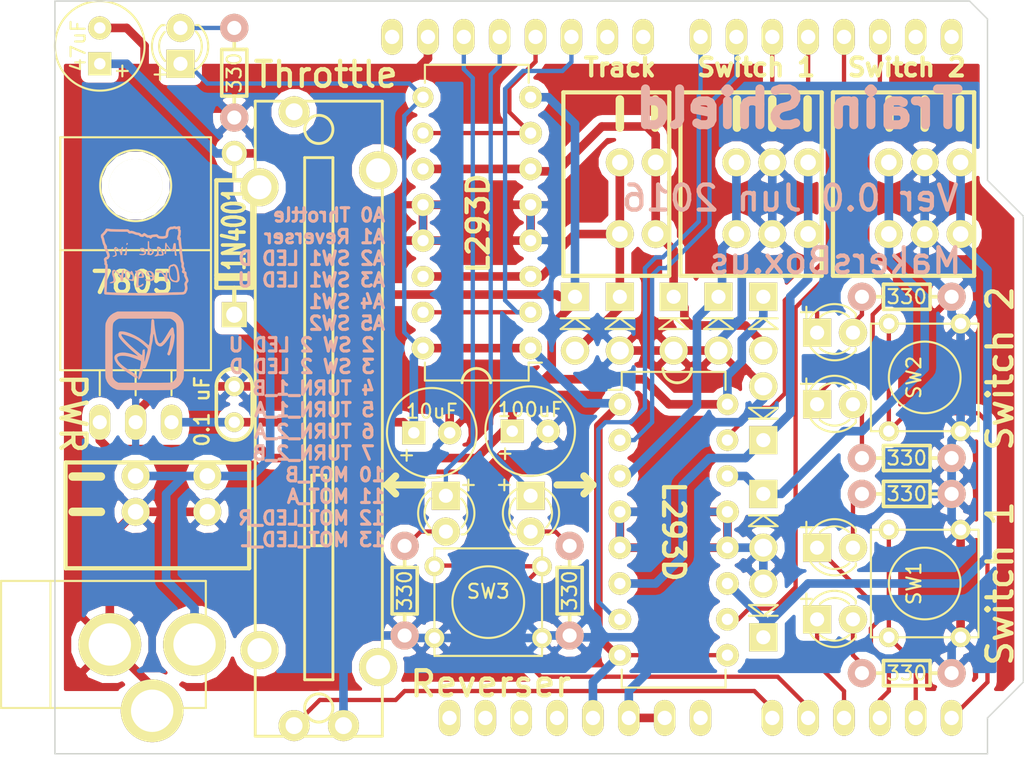
<source format=kicad_pcb>
(kicad_pcb (version 4) (host pcbnew "(2015-08-15 BZR 6092)-product")
  (layers (0 F.Cu signal) (31 B.Cu signal) (34 B.Paste user) (35 F.Paste user) (36 B.SilkS user) (37 F.SilkS user) (38 B.Mask user) (39 F.Mask user) (44 Edge.Cuts user))
  (net 0 "")
  (net 1 +5V)
  (net 2 GND)
  (net 3 +12V)
  (net 4 /MOT_A)
  (net 5 /MOT_B)
  (net 6 "Net-(D5-Pad1)")
  (net 7 /M_1)
  (net 8 "Net-(CON1-Pad1)")
  (net 9 "Net-(D8-Pad1)")
  (net 10 "Net-(D9-Pad1)")
  (net 11 /TURN_1_B)
  (net 12 "Net-(C7-Pad1)")
  (net 13 "Net-(D10-Pad1)")
  (net 14 "Net-(D11-Pad1)")
  (net 15 "Net-(D12-Pad1)")
  (net 16 "Net-(D13-Pad1)")
  (net 17 "Net-(D13-Pad2)")
  (net 18 "Net-(D14-Pad1)")
  (net 19 "Net-(D14-Pad2)")
  (net 20 "Net-(D15-Pad1)")
  (net 21 "Net-(D15-Pad2)")
  (net 22 "Net-(D16-Pad1)")
  (net 23 "Net-(D16-Pad2)")
  (net 24 "Net-(D6-Pad1)")
  (net 25 "Net-(D10-Pad2)")
  (net 26 "Net-(D11-Pad2)")
  (net 27 /TURN_2_B)
  (net 28 /TURN_2_A)
  (net 29 /TURN_1_A)
  (net 30 /M_2)
  (net 31 "Net-(SHIELD1-PadAD1)")
  (net 32 "Net-(SHIELD1-PadAD5)")
  (net 33 "Net-(SHIELD1-PadAD4)")
  (module myFootPrints:TERMx2 (layer F.Cu) (at 115.57 101.6 270)
    (fp_text reference P3 hide)
    (fp_text value TERM_2)
    (pad 2 thru_hole circle (at 0 2.54 270) (size 1.9812 1.9812) (drill 1.1) (layers *.Cu *.Mask F.SilkS) (net 2 GND))
    (pad 1 thru_hole circle (at -2.54 2.54 270) (size 1.9812 1.9812) (drill 1.1) (layers *.Cu *.Mask F.SilkS) (net 8 "Net-(CON1-Pad1)"))
    (pad 2 thru_hole circle (at 0 -2.54 270) (size 1.9812 1.9812) (drill 1.1) (layers *.Cu *.Mask F.SilkS) (net 2 GND))
    (pad 1 thru_hole circle (at -2.54 -2.54 270) (size 1.9812 1.9812) (drill 1.1) (layers *.Cu *.Mask F.SilkS) (net 8 "Net-(CON1-Pad1)"))
  )
  (module myFootPrints:TERMx3 (layer F.Cu) (at 168.91 79.375 180)
    (fp_text reference P2 hide)
    (fp_text value TERMx3)
    (pad 3 thru_hole circle (at 2.54 2.54 180) (size 1.9812 1.9812) (drill 1.1) (layers *.Cu *.Mask F.SilkS) (net 6 "Net-(D5-Pad1)"))
    (pad 2 thru_hole circle (at 0 2.54 180) (size 1.9812 1.9812) (drill 1.1) (layers *.Cu *.Mask F.SilkS) (net 2 GND))
    (pad 1 thru_hole circle (at -2.54 2.54 180) (size 1.9812 1.9812) (drill 1.1) (layers *.Cu *.Mask F.SilkS) (net 24 "Net-(D6-Pad1)"))
    (pad 3 thru_hole circle (at 2.54 -2.54 180) (size 1.9812 1.9812) (drill 1.1) (layers *.Cu *.Mask F.SilkS) (net 6 "Net-(D5-Pad1)"))
    (pad 2 thru_hole circle (at 0 -2.54 180) (size 1.9812 1.9812) (drill 1.1) (layers *.Cu *.Mask F.SilkS) (net 2 GND))
    (pad 1 thru_hole circle (at -2.54 -2.54 180) (size 1.9812 1.9812) (drill 1.1) (layers *.Cu *.Mask F.SilkS) (net 24 "Net-(D6-Pad1)"))
  )
  (module myFootPrints:TERMx3 (layer F.Cu) (at 158.115 79.375 180)
    (fp_text reference P4 hide)
    (fp_text value TERMx3)
    (pad 3 thru_hole circle (at 2.54 2.54 180) (size 1.9812 1.9812) (drill 1.1) (layers *.Cu *.Mask F.SilkS) (net 9 "Net-(D8-Pad1)"))
    (pad 2 thru_hole circle (at 0 2.54 180) (size 1.9812 1.9812) (drill 1.1) (layers *.Cu *.Mask F.SilkS) (net 2 GND))
    (pad 1 thru_hole circle (at -2.54 2.54 180) (size 1.9812 1.9812) (drill 1.1) (layers *.Cu *.Mask F.SilkS) (net 10 "Net-(D9-Pad1)"))
    (pad 3 thru_hole circle (at 2.54 -2.54 180) (size 1.9812 1.9812) (drill 1.1) (layers *.Cu *.Mask F.SilkS) (net 9 "Net-(D8-Pad1)"))
    (pad 2 thru_hole circle (at 0 -2.54 180) (size 1.9812 1.9812) (drill 1.1) (layers *.Cu *.Mask F.SilkS) (net 2 GND))
    (pad 1 thru_hole circle (at -2.54 -2.54 180) (size 1.9812 1.9812) (drill 1.1) (layers *.Cu *.Mask F.SilkS) (net 10 "Net-(D9-Pad1)"))
  )
  (module myFootPrints:TERMx2 (layer F.Cu) (at 147.32 79.375 180)
    (fp_text reference P1 hide)
    (fp_text value TERM_2)
    (pad 2 thru_hole circle (at 0 2.54 180) (size 1.9812 1.9812) (drill 1.1) (layers *.Cu *.Mask F.SilkS) (net 30 /M_2))
    (pad 1 thru_hole circle (at -2.54 2.54 180) (size 1.9812 1.9812) (drill 1.1) (layers *.Cu *.Mask F.SilkS) (net 7 /M_1))
    (pad 2 thru_hole circle (at 0 -2.54 180) (size 1.9812 1.9812) (drill 1.1) (layers *.Cu *.Mask F.SilkS) (net 30 /M_2))
    (pad 1 thru_hole circle (at -2.54 -2.54 180) (size 1.9812 1.9812) (drill 1.1) (layers *.Cu *.Mask F.SilkS) (net 7 /M_1))
  )
  (module freetronics_footprints:ARDUINO_SHIELD (layer F.Cu) (at 107.315 118.745)
    (fp_text reference SHIELD1 hide)
    (fp_text value ARDUINO_SHIELD hide)
    (fp_line (start 66.04 -40.64) (end 66.04 -52.07) (layer Edge.Cuts) (width 0.1))
    (fp_line (start 66.04 -52.07) (end 64.77 -53.34) (layer Edge.Cuts) (width 0.1))
    (fp_line (start 64.77 -53.34) (end 0 -53.34) (layer Edge.Cuts) (width 0.1))
    (fp_line (start 66.04 0) (end 0 0) (layer Edge.Cuts) (width 0.1))
    (fp_line (start 0 0) (end 0 -53.34) (layer Edge.Cuts) (width 0.1))
    (fp_line (start 66.04 -40.64) (end 68.58 -38.1) (layer Edge.Cuts) (width 0.1))
    (fp_line (start 68.58 -38.1) (end 68.58 -5.08) (layer Edge.Cuts) (width 0.1))
    (fp_line (start 68.58 -5.08) (end 66.04 -2.54) (layer Edge.Cuts) (width 0.1))
    (fp_line (start 66.04 -2.54) (end 66.04 0) (layer Edge.Cuts) (width 0.1))
    (pad AD5 thru_hole oval (at 63.5 -2.54 90) (size 2.54 1.524) (drill 1.016) (layers *.Cu *.Mask F.SilkS) (net 32 "Net-(SHIELD1-PadAD5)"))
    (pad AD4 thru_hole oval (at 60.96 -2.54 90) (size 2.54 1.524) (drill 1.016) (layers *.Cu *.Mask F.SilkS) (net 33 "Net-(SHIELD1-PadAD4)"))
    (pad AD3 thru_hole oval (at 58.42 -2.54 90) (size 2.54 1.524) (drill 1.016) (layers *.Cu *.Mask F.SilkS) (net 21 "Net-(D15-Pad2)"))
    (pad AD0 thru_hole oval (at 50.8 -2.54 90) (size 2.54 1.524) (drill 1.016) (layers *.Cu *.Mask F.SilkS) (net 12 "Net-(C7-Pad1)"))
    (pad AD1 thru_hole oval (at 53.34 -2.54 90) (size 2.54 1.524) (drill 1.016) (layers *.Cu *.Mask F.SilkS) (net 31 "Net-(SHIELD1-PadAD1)"))
    (pad AD2 thru_hole oval (at 55.88 -2.54 90) (size 2.54 1.524) (drill 1.016) (layers *.Cu *.Mask F.SilkS) (net 23 "Net-(D16-Pad2)"))
    (pad V_IN thru_hole oval (at 45.72 -2.54 90) (size 2.54 1.524) (drill 1.016) (layers *.Cu *.Mask F.SilkS))
    (pad GND2 thru_hole oval (at 43.18 -2.54 90) (size 2.54 1.524) (drill 1.016) (layers *.Cu *.Mask F.SilkS) (net 2 GND))
    (pad GND1 thru_hole oval (at 40.64 -2.54 90) (size 2.54 1.524) (drill 1.016) (layers *.Cu *.Mask F.SilkS) (net 2 GND))
    (pad 3V3 thru_hole oval (at 35.56 -2.54 90) (size 2.54 1.524) (drill 1.016) (layers *.Cu *.Mask F.SilkS))
    (pad RST thru_hole oval (at 33.02 -2.54 90) (size 2.54 1.524) (drill 1.016) (layers *.Cu *.Mask F.SilkS))
    (pad 0 thru_hole oval (at 63.5 -50.8 90) (size 2.54 1.524) (drill 1.016) (layers *.Cu *.Mask F.SilkS))
    (pad 1 thru_hole oval (at 60.96 -50.8 90) (size 2.54 1.524) (drill 1.016) (layers *.Cu *.Mask F.SilkS))
    (pad 2 thru_hole oval (at 58.42 -50.8 90) (size 2.54 1.524) (drill 1.016) (layers *.Cu *.Mask F.SilkS) (net 19 "Net-(D14-Pad2)"))
    (pad 3 thru_hole oval (at 55.88 -50.8 90) (size 2.54 1.524) (drill 1.016) (layers *.Cu *.Mask F.SilkS) (net 17 "Net-(D13-Pad2)"))
    (pad 4 thru_hole oval (at 53.34 -50.8 90) (size 2.54 1.524) (drill 1.016) (layers *.Cu *.Mask F.SilkS) (net 11 /TURN_1_B))
    (pad 5 thru_hole oval (at 50.8 -50.8 90) (size 2.54 1.524) (drill 1.016) (layers *.Cu *.Mask F.SilkS) (net 29 /TURN_1_A))
    (pad 6 thru_hole oval (at 48.26 -50.8 90) (size 2.54 1.524) (drill 1.016) (layers *.Cu *.Mask F.SilkS) (net 28 /TURN_2_A))
    (pad 7 thru_hole oval (at 45.72 -50.8 90) (size 2.54 1.524) (drill 1.016) (layers *.Cu *.Mask F.SilkS) (net 27 /TURN_2_B))
    (pad 8 thru_hole oval (at 41.656 -50.8 90) (size 2.54 1.524) (drill 1.016) (layers *.Cu *.Mask F.SilkS))
    (pad 9 thru_hole oval (at 39.116 -50.8 90) (size 2.54 1.524) (drill 1.016) (layers *.Cu *.Mask F.SilkS))
    (pad 10 thru_hole oval (at 36.576 -50.8 90) (size 2.54 1.524) (drill 1.016) (layers *.Cu *.Mask F.SilkS) (net 5 /MOT_B))
    (pad 11 thru_hole oval (at 34.036 -50.8 90) (size 2.54 1.524) (drill 1.016) (layers *.Cu *.Mask F.SilkS) (net 4 /MOT_A))
    (pad 12 thru_hole oval (at 31.496 -50.8 90) (size 2.54 1.524) (drill 1.016) (layers *.Cu *.Mask F.SilkS) (net 25 "Net-(D10-Pad2)"))
    (pad 13 thru_hole oval (at 28.956 -50.8 90) (size 2.54 1.524) (drill 1.016) (layers *.Cu *.Mask F.SilkS) (net 26 "Net-(D11-Pad2)"))
    (pad GND3 thru_hole oval (at 26.416 -50.8 90) (size 2.54 1.524) (drill 1.016) (layers *.Cu *.Mask F.SilkS) (net 2 GND))
    (pad AREF thru_hole oval (at 23.876 -50.8 90) (size 2.54 1.524) (drill 1.016) (layers *.Cu *.Mask F.SilkS))
    (pad 5V thru_hole oval (at 38.1 -2.54 90) (size 2.54 1.524) (drill 1.016) (layers *.Cu *.Mask F.SilkS) (net 1 +5V))
    (pad IO_R thru_hole oval (at 30.48 -2.54 90) (size 2.54 1.524) (drill 1.016) (layers *.Cu *.Mask F.SilkS))
    (pad NC thru_hole oval (at 27.94 -2.54 90) (size 2.54 1.524) (drill 1.016) (layers *.Cu *.Mask F.SilkS))
  )
  (module Connect:BARREL_JACK (layer F.Cu) (at 111 111)
    (fp_text reference CON1 hide)
    (fp_text value BARREL_JACK)
    (pad 1 thru_hole circle (at 6.20014 0) (size 4.445 4.445) (drill 2.99974) (layers *.Cu *.Mask F.SilkS) (net 8 "Net-(CON1-Pad1)"))
    (pad 2 thru_hole circle (at 0.20066 0) (size 4.445 4.445) (drill 2.99974) (layers *.Cu *.Mask F.SilkS) (net 2 GND))
    (pad 3 thru_hole circle (at 3.2004 4.699) (size 4.445 4.445) (drill 2.99974) (layers *.Cu *.Mask F.SilkS) (net 2 GND))
  )
  (module TO_SOT_Packages_THT:TO-220_Neutral123_Horizontal (layer F.Cu) (at 113.03 95.25)
    (fp_text reference U1 hide)
    (fp_text value 7805)
    (pad GND thru_hole oval (at 0 0 90) (size 2.49936 1.50114) (drill 1.00076) (layers *.Cu *.Mask F.SilkS) (net 2 GND))
    (pad VI thru_hole oval (at -2.54 0 90) (size 2.49936 1.50114) (drill 1.00076) (layers *.Cu *.Mask F.SilkS) (net 3 +12V))
    (pad VO thru_hole oval (at 2.54 0 90) (size 2.49936 1.50114) (drill 1.00076) (layers *.Cu *.Mask F.SilkS) (net 1 +5V))
    (pad "" np_thru_hole circle (at 0 -16.764 90) (size 3.79984 3.79984) (drill 3.79984) (layers *.Cu *.Mask F.SilkS))
  )
  (module Housings_DIP:DIP-16_W7.62mm (layer F.Cu) (at 141 90 180)
    (fp_text reference U2 hide)
    (fp_text value L293D)
    (pad 1 thru_hole oval (at 0 0 180) (size 1.6 1.6) (drill 0.8) (layers *.Cu *.Mask F.SilkS) (net 1 +5V))
    (pad 2 thru_hole oval (at 0 2.54 180) (size 1.6 1.4732) (drill 0.8) (layers *.Cu *.Mask F.SilkS) (net 5 /MOT_B))
    (pad 3 thru_hole oval (at 0 5.08 180) (size 1.6 1.4732) (drill 0.8) (layers *.Cu *.Mask F.SilkS) (net 30 /M_2))
    (pad 4 thru_hole oval (at 0 7.62 180) (size 1.6 1.6) (drill 0.8) (layers *.Cu *.Mask F.SilkS) (net 2 GND))
    (pad 5 thru_hole oval (at 0 10.16 180) (size 1.6 1.6) (drill 0.8) (layers *.Cu *.Mask F.SilkS) (net 2 GND))
    (pad 6 thru_hole oval (at 0 12.7 180) (size 1.6 1.6) (drill 0.8) (layers *.Cu *.Mask F.SilkS) (net 7 /M_1))
    (pad 7 thru_hole oval (at 0 15.24 180) (size 1.6 1.6) (drill 0.8) (layers *.Cu *.Mask F.SilkS) (net 4 /MOT_A))
    (pad 8 thru_hole oval (at 0 17.78 180) (size 1.6 1.6) (drill 0.8) (layers *.Cu *.Mask F.SilkS) (net 3 +12V))
    (pad 9 thru_hole circle (at 7.62 17.78 180) (size 1.4732 1.4732) (drill 0.8) (layers *.Cu *.Mask F.SilkS) (net 1 +5V))
    (pad 10 thru_hole circle (at 7.62 15.24 180) (size 1.4732 1.4732) (drill 0.8) (layers *.Cu *.Mask F.SilkS) (net 4 /MOT_A))
    (pad 11 thru_hole oval (at 7.62 12.7 180) (size 1.6 1.6) (drill 0.8) (layers *.Cu *.Mask F.SilkS) (net 7 /M_1))
    (pad 12 thru_hole oval (at 7.62 10.16 180) (size 1.6 1.6) (drill 0.8) (layers *.Cu *.Mask F.SilkS) (net 2 GND))
    (pad 13 thru_hole oval (at 7.62 7.62 180) (size 1.6 1.6) (drill 0.8) (layers *.Cu *.Mask F.SilkS) (net 2 GND))
    (pad 14 thru_hole oval (at 7.62 5.08 180) (size 1.6 1.4732) (drill 0.8) (layers *.Cu *.Mask F.SilkS) (net 30 /M_2))
    (pad 15 thru_hole oval (at 7.62 2.54 180) (size 1.6 1.4732) (drill 0.8) (layers *.Cu *.Mask F.SilkS) (net 5 /MOT_B))
    (pad 16 thru_hole oval (at 7.62 0 180) (size 1.6 1.6) (drill 0.8) (layers *.Cu *.Mask F.SilkS) (net 1 +5V))
  )
  (module Housings_DIP:DIP-16_W7.62mm (layer F.Cu) (at 147.32 93.98)
    (fp_text reference U3 hide)
    (fp_text value L293D)
    (pad 1 thru_hole oval (at 0 0) (size 1.6 1.6) (drill 0.8) (layers *.Cu *.Mask F.SilkS) (net 1 +5V))
    (pad 2 thru_hole oval (at 0 2.54) (size 1.6 1.6) (drill 0.8) (layers *.Cu *.Mask F.SilkS) (net 28 /TURN_2_A))
    (pad 3 thru_hole oval (at 0 5.08) (size 1.6 1.6) (drill 0.8) (layers *.Cu *.Mask F.SilkS) (net 9 "Net-(D8-Pad1)"))
    (pad 4 thru_hole oval (at 0 7.62) (size 1.6 1.6) (drill 0.8) (layers *.Cu *.Mask F.SilkS) (net 2 GND))
    (pad 5 thru_hole oval (at 0 10.16) (size 1.6 1.6) (drill 0.8) (layers *.Cu *.Mask F.SilkS) (net 2 GND))
    (pad 6 thru_hole oval (at 0 12.7) (size 1.6 1.6) (drill 0.8) (layers *.Cu *.Mask F.SilkS) (net 10 "Net-(D9-Pad1)"))
    (pad 7 thru_hole oval (at 0 15.24) (size 1.6 1.4732) (drill 0.8) (layers *.Cu *.Mask F.SilkS) (net 27 /TURN_2_B))
    (pad 8 thru_hole oval (at 0 17.78) (size 1.6 1.4732) (drill 0.8) (layers *.Cu *.Mask F.SilkS) (net 1 +5V))
    (pad 9 thru_hole oval (at 7.62 17.78) (size 1.6 1.6) (drill 0.8) (layers *.Cu *.Mask F.SilkS) (net 1 +5V))
    (pad 10 thru_hole oval (at 7.62 15.24) (size 1.6 1.6) (drill 0.8) (layers *.Cu *.Mask F.SilkS) (net 11 /TURN_1_B))
    (pad 11 thru_hole oval (at 7.62 12.7) (size 1.6 1.6) (drill 0.8) (layers *.Cu *.Mask F.SilkS) (net 24 "Net-(D6-Pad1)"))
    (pad 12 thru_hole oval (at 7.62 10.16) (size 1.6 1.6) (drill 0.8) (layers *.Cu *.Mask F.SilkS) (net 2 GND))
    (pad 13 thru_hole oval (at 7.62 7.62) (size 1.6 1.6) (drill 0.8) (layers *.Cu *.Mask F.SilkS) (net 2 GND))
    (pad 14 thru_hole circle (at 7.62 5.08) (size 1.524 1.524) (drill 0.8) (layers *.Cu *.Mask F.SilkS) (net 6 "Net-(D5-Pad1)"))
    (pad 15 thru_hole circle (at 7.62 2.54) (size 1.524 1.524) (drill 0.8) (layers *.Cu *.Mask F.SilkS) (net 29 /TURN_1_A))
    (pad 16 thru_hole circle (at 7.62 0) (size 1.524 1.524) (drill 0.8) (layers *.Cu *.Mask F.SilkS) (net 3 +12V))
  )
  (module myFootPrints:C1 (layer F.Cu) (at 120.015 93.98 90)
    (fp_text reference C1 hide)
    (fp_text value "0.1 uF" (at -0.508 -2.286 90) (layer F.SilkS) (effects (font (size 1.016 1.016) (thickness 0.1778))))
    (pad 1 thru_hole circle (at -1.27 0 90) (size 1.397 1.397) (drill 0.8128) (layers *.Cu *.Mask F.SilkS) (net 1 +5V))
    (pad 2 thru_hole circle (at 1.27 0 90) (size 1.397 1.397) (drill 0.8128) (layers *.Cu *.Mask F.SilkS) (net 2 GND))
  )
  (module myFootPrints:C2 (layer F.Cu) (at 110.49 68.58 90)
    (fp_text reference C2 hide)
    (fp_text value 47uF (at 0 -1.524 90) (layer F.SilkS))
    (fp_text user + (at -1.778 1.524 90) (layer F.SilkS))
    (pad 1 thru_hole rect (at -1.27 0 90) (size 1.651 1.651) (drill 0.8128) (layers *.Cu *.Mask F.SilkS) (net 3 +12V))
    (pad 2 thru_hole circle (at 1.27 0 90) (size 1.651 1.651) (drill 0.8128) (layers *.Cu *.Mask F.SilkS) (net 2 GND))
  )
  (module myFootPrints:C2 (layer F.Cu) (at 140.97 95.885)
    (fp_text reference C3 hide)
    (fp_text value 100uF (at 0 -1.524) (layer F.SilkS))
    (fp_text user + (at -1.778 1.524) (layer F.SilkS))
    (pad 1 thru_hole rect (at -1.27 0) (size 1.651 1.651) (drill 0.8128) (layers *.Cu *.Mask F.SilkS) (net 3 +12V))
    (pad 2 thru_hole circle (at 1.27 0) (size 1.651 1.651) (drill 0.8128) (layers *.Cu *.Mask F.SilkS) (net 2 GND))
  )
  (module myFootPrints:C2 (layer F.Cu) (at 134 96)
    (fp_text reference C4 hide)
    (fp_text value 10uF (at 0 -1.524) (layer F.SilkS))
    (fp_text user + (at -1.778 1.524) (layer F.SilkS))
    (pad 1 thru_hole rect (at -1.27 0) (size 1.651 1.651) (drill 0.8128) (layers *.Cu *.Mask F.SilkS) (net 1 +5V))
    (pad 2 thru_hole circle (at 1.27 0) (size 1.651 1.651) (drill 0.8128) (layers *.Cu *.Mask F.SilkS) (net 2 GND))
  )
  (module myFootPrints:BOURNS-PTA3043_30mm-slide-pot (layer F.Cu) (at 126 95 90)
    (fp_text reference C7 hide)
    (fp_text value CTRIM hide)
    (pad 1 thru_hole circle (at -21.75 -1.75 90) (size 2.2 2.2) (drill 1.2) (layers *.Cu *.Mask F.SilkS) (net 12 "Net-(C7-Pad1)"))
    (pad 2 thru_hole circle (at -21.75 1.75 90) (size 2.2 2.2) (drill 1.2) (layers *.Cu *.Mask F.SilkS) (net 2 GND))
    (pad 3 thru_hole circle (at 21.75 -1.75 90) (size 2.2 2.2) (drill 1.2) (layers *.Cu *.Mask F.SilkS))
    (pad "" thru_hole circle (at -16.4 -4.2 90) (size 2.7 2.7) (drill 1.7) (layers *.Cu *.Mask F.SilkS))
    (pad "" thru_hole circle (at 16.4 -4.2 90) (size 2.7 2.7) (drill 1.7) (layers *.Cu *.Mask F.SilkS))
    (pad "" thru_hole circle (at -17.6 4.2 90) (size 2.7 2.7) (drill 1.7) (layers *.Cu *.Mask F.SilkS))
    (pad "" thru_hole circle (at 17.6 4.2 90) (size 2.7 2.7) (drill 1.7) (layers *.Cu *.Mask F.SilkS))
  )
  (module myFootPrints:Resistor_Horz (layer F.Cu) (at 143.764 107.188 90)
    (fp_text reference R5)
    (fp_text value 330 (at 0 0 90) (layer F.SilkS))
    (pad 1 thru_hole circle (at -3.175 0 90) (size 1.99898 1.99898) (drill 1.00076) (layers *.Cu *.SilkS *.Mask) (net 2 GND))
    (pad 2 thru_hole circle (at 3.175 0 90) (size 1.99898 1.99898) (drill 1.00076) (layers *.Cu *.SilkS *.Mask) (net 13 "Net-(D10-Pad1)"))
  )
  (module myFootPrints:Resistor_Horz (layer F.Cu) (at 132.08 107.188 90)
    (fp_text reference R6)
    (fp_text value 330 (at 0 0 90) (layer F.SilkS))
    (pad 1 thru_hole circle (at -3.175 0 90) (size 1.99898 1.99898) (drill 1.00076) (layers *.Cu *.SilkS *.Mask) (net 2 GND))
    (pad 2 thru_hole circle (at 3.175 0 90) (size 1.99898 1.99898) (drill 1.00076) (layers *.Cu *.SilkS *.Mask) (net 14 "Net-(D11-Pad1)"))
  )
  (module Buttons_Switches_ThroughHole:SW_PUSH_SMALL (layer F.Cu) (at 138 108)
    (fp_text reference SW3 (at 0 -0.762) (layer F.SilkS))
    (fp_text value SW_PUSHBUTTON)
    (pad 1 thru_hole circle (at 3.81 -2.54) (size 1.397 1.397) (drill 0.8128) (layers *.Cu *.Mask F.SilkS) (net 31 "Net-(SHIELD1-PadAD1)"))
    (pad 2 thru_hole circle (at 3.81 2.54) (size 1.397 1.397) (drill 0.8128) (layers *.Cu *.Mask F.SilkS) (net 2 GND))
    (pad 1 thru_hole circle (at -3.81 -2.54) (size 1.397 1.397) (drill 0.8128) (layers *.Cu *.Mask F.SilkS) (net 31 "Net-(SHIELD1-PadAD1)"))
    (pad 2 thru_hole circle (at -3.81 2.54) (size 1.397 1.397) (drill 0.8128) (layers *.Cu *.Mask F.SilkS) (net 2 GND))
  )
  (module myFootPrints:Resistor_Horz (layer F.Cu) (at 120.015 70.485 90)
    (fp_text reference R1)
    (fp_text value 330 (at 0 0 90) (layer F.SilkS))
    (pad 1 thru_hole circle (at -3.175 0 90) (size 1.99898 1.99898) (drill 1.00076) (layers *.Cu *.SilkS *.Mask) (net 2 GND))
    (pad 2 thru_hole circle (at 3.175 0 90) (size 1.99898 1.99898) (drill 1.00076) (layers *.Cu *.SilkS *.Mask) (net 15 "Net-(D12-Pad1)"))
  )
  (module myFootPrints:Resistor_Horz (layer F.Cu) (at 167.64 86.36 180)
    (fp_text reference R2)
    (fp_text value 330 (at 0 0 180) (layer F.SilkS))
    (pad 1 thru_hole circle (at -3.175 0 180) (size 1.99898 1.99898) (drill 1.00076) (layers *.Cu *.SilkS *.Mask) (net 2 GND))
    (pad 2 thru_hole circle (at 3.175 0 180) (size 1.99898 1.99898) (drill 1.00076) (layers *.Cu *.SilkS *.Mask) (net 16 "Net-(D13-Pad1)"))
  )
  (module myFootPrints:Resistor_Horz (layer F.Cu) (at 167.64 97.79 180)
    (fp_text reference R3)
    (fp_text value 330 (at 0 0 180) (layer F.SilkS))
    (pad 1 thru_hole circle (at -3.175 0 180) (size 1.99898 1.99898) (drill 1.00076) (layers *.Cu *.SilkS *.Mask) (net 2 GND))
    (pad 2 thru_hole circle (at 3.175 0 180) (size 1.99898 1.99898) (drill 1.00076) (layers *.Cu *.SilkS *.Mask) (net 18 "Net-(D14-Pad1)"))
  )
  (module myFootPrints:Resistor_Horz (layer F.Cu) (at 167.64 100.33 180)
    (fp_text reference R4)
    (fp_text value 330 (at 0 0 180) (layer F.SilkS))
    (pad 1 thru_hole circle (at -3.175 0 180) (size 1.99898 1.99898) (drill 1.00076) (layers *.Cu *.SilkS *.Mask) (net 2 GND))
    (pad 2 thru_hole circle (at 3.175 0 180) (size 1.99898 1.99898) (drill 1.00076) (layers *.Cu *.SilkS *.Mask) (net 20 "Net-(D15-Pad1)"))
  )
  (module myFootPrints:Resistor_Horz (layer F.Cu) (at 167.64 113.03 180)
    (fp_text reference R7)
    (fp_text value 330 (at 0 0 180) (layer F.SilkS))
    (pad 1 thru_hole circle (at -3.175 0 180) (size 1.99898 1.99898) (drill 1.00076) (layers *.Cu *.SilkS *.Mask) (net 2 GND))
    (pad 2 thru_hole circle (at 3.175 0 180) (size 1.99898 1.99898) (drill 1.00076) (layers *.Cu *.SilkS *.Mask) (net 22 "Net-(D16-Pad1)"))
  )
  (module Buttons_Switches_ThroughHole:SW_PUSH_SMALL (layer F.Cu) (at 168.91 92.075 90)
    (fp_text reference SW2 (at 0 -0.762 90) (layer F.SilkS))
    (fp_text value SW_PUSHBUTTON)
    (pad 1 thru_hole circle (at 3.81 -2.54 90) (size 1.397 1.397) (drill 0.8128) (layers *.Cu *.Mask F.SilkS) (net 32 "Net-(SHIELD1-PadAD5)"))
    (pad 2 thru_hole circle (at 3.81 2.54 90) (size 1.397 1.397) (drill 0.8128) (layers *.Cu *.Mask F.SilkS) (net 2 GND))
    (pad 1 thru_hole circle (at -3.81 -2.54 90) (size 1.397 1.397) (drill 0.8128) (layers *.Cu *.Mask F.SilkS) (net 32 "Net-(SHIELD1-PadAD5)"))
    (pad 2 thru_hole circle (at -3.81 2.54 90) (size 1.397 1.397) (drill 0.8128) (layers *.Cu *.Mask F.SilkS) (net 2 GND))
  )
  (module Buttons_Switches_ThroughHole:SW_PUSH_SMALL (layer F.Cu) (at 168.91 106.68 90)
    (fp_text reference SW1 (at 0 -0.762 90) (layer F.SilkS))
    (fp_text value SW_PUSHBUTTON)
    (pad 1 thru_hole circle (at 3.81 -2.54 90) (size 1.397 1.397) (drill 0.8128) (layers *.Cu *.Mask F.SilkS) (net 33 "Net-(SHIELD1-PadAD4)"))
    (pad 2 thru_hole circle (at 3.81 2.54 90) (size 1.397 1.397) (drill 0.8128) (layers *.Cu *.Mask F.SilkS) (net 2 GND))
    (pad 1 thru_hole circle (at -3.81 -2.54 90) (size 1.397 1.397) (drill 0.8128) (layers *.Cu *.Mask F.SilkS) (net 33 "Net-(SHIELD1-PadAD4)"))
    (pad 2 thru_hole circle (at -3.81 2.54 90) (size 1.397 1.397) (drill 0.8128) (layers *.Cu *.Mask F.SilkS) (net 2 GND))
  )
  (module Diodes_ThroughHole:Diode_DO-41_SOD81_Vertical_AnodeUp (layer F.Cu) (at 144.145 86.36 270)
    (fp_text reference D2 hide)
    (fp_text value 1N4001)
    (pad 2 thru_hole circle (at 3.81 0 270) (size 1.99898 1.99898) (drill 1.27) (layers *.Cu *.Mask F.SilkS) (net 30 /M_2))
    (pad 1 thru_hole rect (at 0 0 270) (size 1.99898 1.99898) (drill 1.00076) (layers *.Cu *.Mask F.SilkS) (net 3 +12V))
  )
  (module Diodes_ThroughHole:Diode_DO-41_SOD81_Vertical_AnodeUp (layer F.Cu) (at 151.13 86.36 270)
    (fp_text reference D3 hide)
    (fp_text value 1N4001)
    (pad 2 thru_hole circle (at 3.81 0 270) (size 1.99898 1.99898) (drill 1.27) (layers *.Cu *.Mask F.SilkS) (net 2 GND))
    (pad 1 thru_hole rect (at 0 0 270) (size 1.99898 1.99898) (drill 1.00076) (layers *.Cu *.Mask F.SilkS) (net 7 /M_1))
  )
  (module Diodes_ThroughHole:Diode_DO-41_SOD81_Vertical_AnodeUp (layer F.Cu) (at 157.48 96.52 90)
    (fp_text reference D9 hide)
    (fp_text value 1N4001)
    (pad 2 thru_hole circle (at 3.81 0 90) (size 1.99898 1.99898) (drill 1.27) (layers *.Cu *.Mask F.SilkS) (net 2 GND))
    (pad 1 thru_hole rect (at 0 0 90) (size 1.99898 1.99898) (drill 1.00076) (layers *.Cu *.Mask F.SilkS) (net 10 "Net-(D9-Pad1)"))
  )
  (module Diodes_ThroughHole:Diode_DO-41_SOD81_Vertical_AnodeUp (layer F.Cu) (at 154.305 86.36 270)
    (fp_text reference D8 hide)
    (fp_text value 1N4001)
    (pad 2 thru_hole circle (at 3.81 0 270) (size 1.99898 1.99898) (drill 1.27) (layers *.Cu *.Mask F.SilkS) (net 2 GND))
    (pad 1 thru_hole rect (at 0 0 270) (size 1.99898 1.99898) (drill 1.00076) (layers *.Cu *.Mask F.SilkS) (net 9 "Net-(D8-Pad1)"))
  )
  (module Diodes_ThroughHole:Diode_DO-41_SOD81_Vertical_AnodeUp (layer F.Cu) (at 157.48 110.49 90)
    (fp_text reference D6 hide)
    (fp_text value 1N4001)
    (pad 2 thru_hole circle (at 3.81 0 90) (size 1.99898 1.99898) (drill 1.27) (layers *.Cu *.Mask F.SilkS) (net 2 GND))
    (pad 1 thru_hole rect (at 0 0 90) (size 1.99898 1.99898) (drill 1.00076) (layers *.Cu *.Mask F.SilkS) (net 24 "Net-(D6-Pad1)"))
  )
  (module Diodes_ThroughHole:Diode_DO-41_SOD81_Vertical_AnodeUp (layer F.Cu) (at 157.48 100.33 270)
    (fp_text reference D5 hide)
    (fp_text value 1N4001)
    (pad 2 thru_hole circle (at 3.81 0 270) (size 1.99898 1.99898) (drill 1.27) (layers *.Cu *.Mask F.SilkS) (net 2 GND))
    (pad 1 thru_hole rect (at 0 0 270) (size 1.99898 1.99898) (drill 1.00076) (layers *.Cu *.Mask F.SilkS) (net 6 "Net-(D5-Pad1)"))
  )
  (module Diodes_ThroughHole:Diode_DO-41_SOD81_Vertical_AnodeUp (layer F.Cu) (at 147.32 86.36 270)
    (fp_text reference D4 hide)
    (fp_text value 1N4001)
    (pad 2 thru_hole circle (at 3.81 0 270) (size 1.99898 1.99898) (drill 1.27) (layers *.Cu *.Mask F.SilkS) (net 2 GND))
    (pad 1 thru_hole rect (at 0 0 270) (size 1.99898 1.99898) (drill 1.00076) (layers *.Cu *.Mask F.SilkS) (net 30 /M_2))
  )
  (module Diodes_ThroughHole:Diode_DO-41_SOD81_Vertical_AnodeUp (layer F.Cu) (at 157.48 86.36 270)
    (fp_text reference D7 hide)
    (fp_text value 1N4001)
    (pad 2 thru_hole circle (at 3.81 0 270) (size 1.99898 1.99898) (drill 1.27) (layers *.Cu *.Mask F.SilkS) (net 7 /M_1))
    (pad 1 thru_hole rect (at 0 0 270) (size 1.99898 1.99898) (drill 1.00076) (layers *.Cu *.Mask F.SilkS) (net 3 +12V))
  )
  (module myFootPrints:1N4001 (layer F.Cu) (at 120.015 82.55 270)
    (fp_text reference D1 hide)
    (fp_text value 1N4001 (at -1.016 0 270) (layer F.SilkS) (effects (font (size 1.524 1.016) (thickness 0.254))))
    (pad 1 thru_hole circle (at -6.35 0 270) (size 1.778 1.778) (drill 1.143) (layers *.Cu *.Mask F.SilkS) (net 3 +12V))
    (pad 2 thru_hole rect (at 5.08 0 270) (size 1.778 1.778) (drill 1.143) (layers *.Cu *.Mask F.SilkS) (net 8 "Net-(CON1-Pad1)"))
  )
  (module myFootPrints:LED-3MM (layer F.Cu) (at 141 103 90)
    (fp_text reference D10 hide)
    (fp_text value LED)
    (fp_text user + (at 3.305 -1.935 90) (layer F.SilkS))
    (pad 1 thru_hole circle (at 0 0 180) (size 2 2) (drill 1.00076) (layers *.Cu *.Mask F.SilkS) (net 13 "Net-(D10-Pad1)"))
    (pad 2 thru_hole rect (at 2.54 0 90) (size 2 2) (drill 1.00076) (layers *.Cu *.Mask F.SilkS) (net 25 "Net-(D10-Pad2)"))
  )
  (module myFootPrints:LED-3MM (layer F.Cu) (at 135 103 90)
    (fp_text reference D11 hide)
    (fp_text value LED)
    (fp_text user + (at 3.302 1.524 90) (layer F.SilkS))
    (pad 1 thru_hole circle (at 0 0 180) (size 2 2) (drill 1.00076) (layers *.Cu *.Mask F.SilkS) (net 14 "Net-(D11-Pad1)"))
    (pad 2 thru_hole rect (at 2.54 0 90) (size 2 2) (drill 1.00076) (layers *.Cu *.Mask F.SilkS) (net 26 "Net-(D11-Pad2)"))
  )
  (module myFootPrints:LED-3MM (layer F.Cu) (at 116.205 67.31 270)
    (fp_text reference D12 hide)
    (fp_text value LED)
    (fp_text user + (at 3.302 1.524 270) (layer F.SilkS))
    (pad 1 thru_hole circle (at 0 0) (size 2 2) (drill 1.00076) (layers *.Cu *.Mask F.SilkS) (net 15 "Net-(D12-Pad1)"))
    (pad 2 thru_hole rect (at 2.54 0 270) (size 2 2) (drill 1.00076) (layers *.Cu *.Mask F.SilkS) (net 1 +5V))
  )
  (module myFootPrints:LED-3MM (layer F.Cu) (at 163.83 88.9 180)
    (fp_text reference D13 hide)
    (fp_text value LED)
    (fp_text user + (at 3.302 1.524 180) (layer F.SilkS))
    (pad 1 thru_hole circle (at 0 0 270) (size 2 2) (drill 1.00076) (layers *.Cu *.Mask F.SilkS) (net 16 "Net-(D13-Pad1)"))
    (pad 2 thru_hole rect (at 2.54 0 180) (size 2 2) (drill 1.00076) (layers *.Cu *.Mask F.SilkS) (net 17 "Net-(D13-Pad2)"))
  )
  (module myFootPrints:LED-3MM (layer F.Cu) (at 163.83 93.98 180)
    (fp_text reference D14 hide)
    (fp_text value LED)
    (fp_text user + (at 3.302 1.524 180) (layer F.SilkS))
    (pad 1 thru_hole circle (at 0 0 270) (size 2 2) (drill 1.00076) (layers *.Cu *.Mask F.SilkS) (net 18 "Net-(D14-Pad1)"))
    (pad 2 thru_hole rect (at 2.54 0 180) (size 2 2) (drill 1.00076) (layers *.Cu *.Mask F.SilkS) (net 19 "Net-(D14-Pad2)"))
  )
  (module myFootPrints:LED-3MM (layer F.Cu) (at 163.83 104.14 180)
    (fp_text reference D15 hide)
    (fp_text value LED)
    (fp_text user + (at 3.302 1.524 180) (layer F.SilkS))
    (pad 1 thru_hole circle (at 0 0 270) (size 2 2) (drill 1.00076) (layers *.Cu *.Mask F.SilkS) (net 20 "Net-(D15-Pad1)"))
    (pad 2 thru_hole rect (at 2.54 0 180) (size 2 2) (drill 1.00076) (layers *.Cu *.Mask F.SilkS) (net 21 "Net-(D15-Pad2)"))
  )
  (module myFootPrints:LED-3MM (layer F.Cu) (at 163.83 109.22 180)
    (fp_text reference D16 hide)
    (fp_text value LED)
    (fp_text user + (at 3.302 1.524 180) (layer F.SilkS))
    (pad 1 thru_hole circle (at 0 0 270) (size 2 2) (drill 1.00076) (layers *.Cu *.Mask F.SilkS) (net 22 "Net-(D16-Pad1)"))
    (pad 2 thru_hole rect (at 2.54 0 180) (size 2 2) (drill 1.00076) (layers *.Cu *.Mask F.SilkS) (net 23 "Net-(D16-Pad2)"))
  )
  (module myFootPrints:MadeInOregonRev25 (layer F.Cu) (at 113.665 83.82)
    (fp_text reference VAL hide)
    (fp_text value MadeInOregonRev25 hide)
  )
  (module myFootPrints:MB225rev (layer F.Cu) (at 113.665 90.17)
    (fp_text reference VAL hide)
    (fp_text value MB225rev hide)
  )
  (gr_text "A0 Throttle\nA1 Reverser\nA2 SW1 LED D\nA3 SW1 LED U\nA4 SW1\nA5 SW2\n 2 SW 2 LED U\n 3 SW 2 LED D\n 4 TURN_1_B\n 5 TURN_1_A\n 6 TURN_2_A\n 7 TURN_2_B\n10 MOT_B\n11 MOT_A\n12 MOT_LED_R\n13 MOT_LED_L" (at 130.81 92.075) (layer B.SilkS) (effects (font (size 0.9525 0.9525) (thickness 0.22225)) (justify left mirror)))
  (gr_text MakersBox.us (at 162.56 83.82) (layer B.SilkS) (effects (font (size 1.778 1.778) (thickness 0.3)) (justify mirror)))
  (gr_text "Ver 0.0 Jun 2016" (at 159.385 79.375) (layer B.SilkS) (effects (font (size 1.778 1.778) (thickness 0.3)) (justify mirror)))
  (gr_text "Train Shield" (at 160.02 73.025) (layer B.SilkS) (effects (font (size 2.54 2.54) (thickness 0.635)) (justify mirror)))
  (gr_text PWR (at 108.585 94.615 270) (layer F.SilkS) (effects (font (size 1.778 1.778) (thickness 0.3))))
  (gr_line (start 145.415 99.695) (end 144.78 100.33) (angle 90) (layer F.SilkS) (width 0.508))
  (gr_line (start 144.78 99.06) (end 145.415 99.695) (angle 90) (layer F.SilkS) (width 0.508))
  (gr_line (start 145.415 99.695) (end 144.78 99.06) (angle 90) (layer F.SilkS) (width 0.508))
  (gr_line (start 142.875 99.695) (end 145.415 99.695) (angle 90) (layer F.SilkS) (width 0.508))
  (gr_line (start 130.81 99.695) (end 131.445 100.33) (angle 90) (layer F.SilkS) (width 0.508))
  (gr_line (start 133.35 99.695) (end 130.81 99.695) (angle 90) (layer F.SilkS) (width 0.508))
  (gr_line (start 131.445 99.06) (end 130.81 99.695) (angle 90) (layer F.SilkS) (width 0.508))
  (gr_line (start 130.81 99.695) (end 131.445 99.06) (angle 90) (layer F.SilkS) (width 0.2))
  (gr_text "Switch 2" (at 167.64 70.104) (layer F.SilkS) (effects (font (size 1.27 1.27) (thickness 0.3))))
  (gr_text "Switch 1" (at 156.972 70.104) (layer F.SilkS) (effects (font (size 1.27 1.27) (thickness 0.3))))
  (gr_text Track (at 147.32 70.104) (layer F.SilkS) (effects (font (size 1.27 1.27) (thickness 0.3))))
  (gr_text "Switch 2" (at 174.244 91.44 90) (layer F.SilkS) (effects (font (size 1.778 1.778) (thickness 0.3))))
  (gr_text "Switch 1" (at 174.244 106.68 90) (layer F.SilkS) (effects (font (size 1.778 1.778) (thickness 0.3))))
  (gr_text Throttle (at 126.492 70.612) (layer F.SilkS) (effects (font (size 1.778 1.778) (thickness 0.3))))
  (gr_text Reverser (at 138.176 113.792) (layer F.SilkS) (effects (font (size 1.778 1.778) (thickness 0.3))))
  (gr_text 7805 (at 112.776 85.344) (layer F.SilkS) (effects (font (size 1.5 1.5) (thickness 0.3))))
  (gr_arc (start 151.384 91.44) (end 151.384 92.456) (angle 90) (layer F.SilkS) (width 0.2))
  (gr_arc (start 151.384 91.44) (end 152.4 91.44) (angle 90) (layer F.SilkS) (width 0.2))
  (gr_arc (start 137.16 92.456) (end 136.144 92.456) (angle 90) (layer F.SilkS) (width 0.2))
  (gr_arc (start 137.16 92.456) (end 137.16 91.44) (angle 90) (layer F.SilkS) (width 0.2))
  (gr_text L293D (at 151.13 102.997 270) (layer F.SilkS) (effects (font (size 1.5 1.5) (thickness 0.3))))
  (gr_text L293D (at 137.287 81.153 90) (layer F.SilkS) (effects (font (size 1.5 1.5) (thickness 0.3))))
  (segment (start 147.32 111.76) (end 147.066 111.76) (width 0.6096) (layer F.Cu) (net 1))
  (segment (start 147.066 111.76) (end 145.796 110.49) (width 0.6096) (layer F.Cu) (net 1))
  (segment (start 145.796 95.504) (end 147.32 93.98) (width 0.6096) (layer F.Cu) (net 1))
  (segment (start 145.796 110.49) (end 145.796 95.504) (width 0.6096) (layer F.Cu) (net 1))
  (segment (start 147.32 111.76) (end 154.94 111.76) (width 0.3048) (layer F.Cu) (net 1))
  (segment (start 132.73 96) (end 132.73 90.65) (width 0.6096) (layer B.Cu) (net 1))
  (segment (start 132.73 90.65) (end 133.38 90) (width 0.6096) (layer B.Cu) (net 1))
  (segment (start 120.015 95.25) (end 131.98 95.25) (width 0.6096) (layer F.Cu) (net 1))
  (segment (start 131.98 95.25) (end 132.73 96) (width 0.6096) (layer F.Cu) (net 1))
  (segment (start 133.38 90) (end 133.18 90) (width 0.3048) (layer B.Cu) (net 1))
  (segment (start 133.18 90) (end 132.0546 88.8746) (width 0.3048) (layer B.Cu) (net 1))
  (segment (start 132.0546 73.5454) (end 133.38 72.22) (width 0.3048) (layer B.Cu) (net 1))
  (segment (start 132.0546 88.8746) (end 132.0546 73.5454) (width 0.3048) (layer B.Cu) (net 1))
  (segment (start 133.38 90) (end 141 90) (width 0.6096) (layer F.Cu) (net 1))
  (segment (start 116.205 69.85) (end 116.713 69.85) (width 0.3048) (layer B.Cu) (net 1))
  (segment (start 116.713 69.85) (end 118.11 71.247) (width 0.3048) (layer B.Cu) (net 1))
  (segment (start 118.11 71.247) (end 132.407 71.247) (width 0.3048) (layer B.Cu) (net 1))
  (segment (start 132.407 71.247) (end 133.38 72.22) (width 0.3048) (layer B.Cu) (net 1))
  (segment (start 115.57 95.25) (end 120.015 95.25) (width 0.6096) (layer B.Cu) (net 1))
  (segment (start 147.32 111.76) (end 146.812 111.76) (width 0.6096) (layer B.Cu) (net 1))
  (segment (start 145.415 116.205) (end 145.415 113.665) (width 0.6096) (layer B.Cu) (net 1))
  (segment (start 145.415 113.665) (end 147.32 111.76) (width 0.6096) (layer B.Cu) (net 1))
  (segment (start 141 90) (end 144.907 93.907) (width 0.6096) (layer B.Cu) (net 1))
  (segment (start 144.907 93.907) (end 147.247 93.907) (width 0.6096) (layer B.Cu) (net 1))
  (segment (start 147.247 93.907) (end 147.32 93.98) (width 0.6096) (layer B.Cu) (net 1))
  (segment (start 132.08 110.363) (end 128.397 110.363) (width 0.6096) (layer B.Cu) (net 2))
  (segment (start 128.397 110.363) (end 128.016 110.744) (width 0.6096) (layer B.Cu) (net 2))
  (segment (start 134.19 110.54) (end 132.257 110.54) (width 0.6096) (layer B.Cu) (net 2))
  (segment (start 132.257 110.54) (end 132.08 110.363) (width 0.6096) (layer B.Cu) (net 2))
  (segment (start 141.81 110.54) (end 134.19 110.54) (width 0.6096) (layer B.Cu) (net 2))
  (segment (start 143.764 110.363) (end 141.987 110.363) (width 0.6096) (layer B.Cu) (net 2))
  (segment (start 141.987 110.363) (end 141.81 110.54) (width 0.6096) (layer B.Cu) (net 2))
  (segment (start 143.891 110.49) (end 145.315 110.49) (width 0.6096) (layer B.Cu) (net 2))
  (segment (start 147.955 114.3) (end 149.225 113.03) (width 0.6096) (layer B.Cu) (net 2))
  (segment (start 149.225 113.03) (end 149.225 111.125) (width 0.6096) (layer B.Cu) (net 2))
  (segment (start 149.225 111.125) (end 148.59 110.49) (width 0.6096) (layer B.Cu) (net 2))
  (segment (start 148.59 110.49) (end 145.315 110.49) (width 0.6096) (layer B.Cu) (net 2))
  (segment (start 147.955 114.3) (end 147.955 116.205) (width 0.6096) (layer B.Cu) (net 2))
  (segment (start 143.891 110.49) (end 143.764 110.363) (width 0.6096) (layer B.Cu) (net 2))
  (segment (start 158.115 81.915) (end 158.115 76.835) (width 0.6096) (layer B.Cu) (net 2))
  (segment (start 154.305 90.17) (end 154.305 89.535) (width 0.6096) (layer B.Cu) (net 2))
  (segment (start 154.305 89.535) (end 155.956 87.884) (width 0.6096) (layer B.Cu) (net 2))
  (segment (start 155.956 84.074) (end 158.115 81.915) (width 0.6096) (layer B.Cu) (net 2))
  (segment (start 155.956 87.884) (end 155.956 84.074) (width 0.6096) (layer B.Cu) (net 2))
  (segment (start 147.955 116.205) (end 150.495 116.205) (width 0.6096) (layer F.Cu) (net 2))
  (segment (start 127.75 116.75) (end 127.75 111.01) (width 0.6096) (layer B.Cu) (net 2))
  (segment (start 120.015 92.71) (end 133.985 92.71) (width 0.6096) (layer F.Cu) (net 2))
  (segment (start 135.27 93.995) (end 135.27 96) (width 0.6096) (layer F.Cu) (net 2))
  (segment (start 133.985 92.71) (end 135.27 93.995) (width 0.6096) (layer F.Cu) (net 2))
  (segment (start 147.32 90.17) (end 151.13 90.17) (width 0.6096) (layer F.Cu) (net 2))
  (segment (start 151.13 90.17) (end 154.305 90.17) (width 0.6096) (layer F.Cu) (net 2))
  (segment (start 133.38 82.38) (end 130.005 82.38) (width 0.6096) (layer F.Cu) (net 2))
  (segment (start 133.731 69.469) (end 133.731 67.945) (width 0.6096) (layer F.Cu) (net 2))
  (segment (start 127 76.2) (end 133.731 69.469) (width 0.6096) (layer F.Cu) (net 2))
  (segment (start 127 79.375) (end 127 76.2) (width 0.6096) (layer F.Cu) (net 2))
  (segment (start 130.005 82.38) (end 127 79.375) (width 0.6096) (layer F.Cu) (net 2))
  (segment (start 133.38 79.84) (end 133.52 79.84) (width 0.6096) (layer F.Cu) (net 2))
  (segment (start 133.38 82.38) (end 133.38 79.84) (width 0.6096) (layer F.Cu) (net 2))
  (segment (start 154.94 104.14) (end 154.94 101.6) (width 0.6096) (layer F.Cu) (net 2))
  (segment (start 147.32 104.14) (end 147.32 101.6) (width 0.6096) (layer F.Cu) (net 2))
  (segment (start 141 82.38) (end 141 79.84) (width 0.6096) (layer F.Cu) (net 2))
  (segment (start 133.38 79.84) (end 141 79.84) (width 0.6096) (layer F.Cu) (net 2))
  (segment (start 133.38 82.38) (end 141 82.38) (width 0.6096) (layer F.Cu) (net 2))
  (segment (start 147.32 101.6) (end 154.94 101.6) (width 0.6096) (layer F.Cu) (net 2))
  (segment (start 147.32 104.14) (end 154.94 104.14) (width 0.6096) (layer F.Cu) (net 2))
  (segment (start 113.03 95.25) (end 113.03 94.615) (width 0.6096) (layer F.Cu) (net 2))
  (segment (start 113.03 94.615) (end 114.935 92.71) (width 0.6096) (layer F.Cu) (net 2))
  (segment (start 114.935 92.71) (end 120.015 92.71) (width 0.6096) (layer F.Cu) (net 2))
  (segment (start 113.03 101.6) (end 112.395 101.6) (width 0.6096) (layer F.Cu) (net 2))
  (segment (start 111.20066 111) (end 111.20066 103.42934) (width 0.6096) (layer F.Cu) (net 2))
  (segment (start 111.20066 103.42934) (end 113.03 101.6) (width 0.6096) (layer F.Cu) (net 2))
  (segment (start 113.03 101.6) (end 118.11 101.6) (width 0.6096) (layer F.Cu) (net 2))
  (segment (start 114.2004 115.699) (end 114.2004 113.99974) (width 0.6096) (layer F.Cu) (net 2))
  (segment (start 114.2004 113.99974) (end 111.20066 111) (width 0.6096) (layer F.Cu) (net 2))
  (segment (start 110.49 67.31) (end 112.395 67.31) (width 0.6096) (layer F.Cu) (net 2))
  (segment (start 115.57 73.025) (end 119.38 73.025) (width 0.6096) (layer F.Cu) (net 2))
  (segment (start 113.665 71.12) (end 115.57 73.025) (width 0.6096) (layer F.Cu) (net 2))
  (segment (start 113.665 68.58) (end 113.665 71.12) (width 0.6096) (layer F.Cu) (net 2))
  (segment (start 112.395 67.31) (end 113.665 68.58) (width 0.6096) (layer F.Cu) (net 2))
  (segment (start 119.38 73.025) (end 120.015 73.66) (width 0.6096) (layer F.Cu) (net 2))
  (segment (start 154.305 90.17) (end 154.94 90.17) (width 0.6096) (layer B.Cu) (net 2))
  (segment (start 158.115 81.915) (end 158.115 82.55) (width 0.6096) (layer B.Cu) (net 2))
  (segment (start 157.48 92.71) (end 157.48 93.599) (width 0.6096) (layer B.Cu) (net 2))
  (segment (start 157.48 93.599) (end 155.829 95.25) (width 0.6096) (layer B.Cu) (net 2))
  (segment (start 155.829 95.25) (end 154.051 95.25) (width 0.6096) (layer B.Cu) (net 2))
  (segment (start 154.051 95.25) (end 150.368 98.933) (width 0.6096) (layer B.Cu) (net 2))
  (segment (start 150.368 98.933) (end 150.368 100.33) (width 0.6096) (layer B.Cu) (net 2))
  (segment (start 150.368 100.33) (end 149.098 101.6) (width 0.6096) (layer B.Cu) (net 2))
  (segment (start 149.098 101.6) (end 147.32 101.6) (width 0.6096) (layer B.Cu) (net 2))
  (segment (start 158.115 81.915) (end 158.115 82.042) (width 0.6096) (layer B.Cu) (net 2))
  (segment (start 171.45 102.87) (end 171.45 110.49) (width 0.6096) (layer F.Cu) (net 2))
  (segment (start 170.815 113.03) (end 170.815 111.125) (width 0.6096) (layer B.Cu) (net 2))
  (segment (start 170.815 111.125) (end 171.45 110.49) (width 0.6096) (layer B.Cu) (net 2))
  (segment (start 170.815 100.33) (end 170.815 102.235) (width 0.6096) (layer B.Cu) (net 2))
  (segment (start 170.815 102.235) (end 171.45 102.87) (width 0.6096) (layer B.Cu) (net 2))
  (segment (start 168.91 76.835) (end 168.91 81.915) (width 0.6096) (layer B.Cu) (net 2))
  (segment (start 157.48 104.14) (end 154.94 104.14) (width 0.6096) (layer B.Cu) (net 2))
  (segment (start 157.48 106.68) (end 157.48 104.14) (width 0.6096) (layer B.Cu) (net 2))
  (segment (start 157.48 104.14) (end 159.385 102.235) (width 0.6096) (layer B.Cu) (net 2))
  (segment (start 159.385 102.235) (end 165.1 102.235) (width 0.6096) (layer B.Cu) (net 2))
  (segment (start 165.1 102.235) (end 167.005 100.33) (width 0.6096) (layer B.Cu) (net 2))
  (segment (start 167.005 100.33) (end 170.815 100.33) (width 0.6096) (layer B.Cu) (net 2))
  (segment (start 171.45 88.265) (end 171.45 95.885) (width 0.6096) (layer B.Cu) (net 2))
  (segment (start 171.45 95.885) (end 170.815 96.52) (width 0.6096) (layer B.Cu) (net 2))
  (segment (start 170.815 96.52) (end 170.815 100.33) (width 0.6096) (layer B.Cu) (net 2))
  (segment (start 170.815 86.36) (end 170.815 87.63) (width 0.6096) (layer B.Cu) (net 2))
  (segment (start 170.815 87.63) (end 171.45 88.265) (width 0.6096) (layer B.Cu) (net 2))
  (segment (start 168.91 81.915) (end 168.91 84.455) (width 0.6096) (layer B.Cu) (net 2))
  (segment (start 168.91 84.455) (end 170.815 86.36) (width 0.6096) (layer B.Cu) (net 2))
  (segment (start 154.94 93.98) (end 154.94 91.948) (width 0.6096) (layer B.Cu) (net 3))
  (segment (start 157.48 87.884) (end 157.48 86.36) (width 0.6096) (layer B.Cu) (net 3))
  (segment (start 155.956 89.408) (end 157.48 87.884) (width 0.6096) (layer B.Cu) (net 3))
  (segment (start 155.956 90.932) (end 155.956 89.408) (width 0.6096) (layer B.Cu) (net 3))
  (segment (start 154.94 91.948) (end 155.956 90.932) (width 0.6096) (layer B.Cu) (net 3))
  (segment (start 139.7 95.885) (end 139.065 95.885) (width 0.6096) (layer F.Cu) (net 3))
  (segment (start 139.065 95.885) (end 137.16 97.79) (width 0.6096) (layer F.Cu) (net 3))
  (segment (start 110.49 96.52) (end 110.49 95.25) (width 0.6096) (layer F.Cu) (net 3))
  (segment (start 111.125 97.155) (end 110.49 96.52) (width 0.6096) (layer F.Cu) (net 3))
  (segment (start 121.92 97.155) (end 111.125 97.155) (width 0.6096) (layer F.Cu) (net 3))
  (segment (start 122.555 97.79) (end 121.92 97.155) (width 0.6096) (layer F.Cu) (net 3))
  (segment (start 137.16 97.79) (end 122.555 97.79) (width 0.6096) (layer F.Cu) (net 3))
  (segment (start 144.145 86.36) (end 143.0274 86.36) (width 0.6096) (layer F.Cu) (net 3))
  (segment (start 123.4186 76.2) (end 120.015 76.2) (width 0.6096) (layer F.Cu) (net 3))
  (segment (start 124.5108 77.2922) (end 123.4186 76.2) (width 0.6096) (layer F.Cu) (net 3))
  (segment (start 124.5108 82.3976) (end 124.5108 77.2922) (width 0.6096) (layer F.Cu) (net 3))
  (segment (start 128.3208 86.2076) (end 124.5108 82.3976) (width 0.6096) (layer F.Cu) (net 3))
  (segment (start 142.875 86.2076) (end 128.3208 86.2076) (width 0.6096) (layer F.Cu) (net 3))
  (segment (start 143.0274 86.36) (end 142.875 86.2076) (width 0.6096) (layer F.Cu) (net 3))
  (segment (start 154.94 93.98) (end 150.7998 93.98) (width 0.6096) (layer F.Cu) (net 3))
  (segment (start 149.0218 92.202) (end 141.986 92.202) (width 0.6096) (layer F.Cu) (net 3))
  (segment (start 150.7998 93.98) (end 149.0218 92.202) (width 0.6096) (layer F.Cu) (net 3))
  (segment (start 139.7 95.885) (end 139.7 95.5548) (width 0.6096) (layer B.Cu) (net 3))
  (segment (start 144.145 86.36) (end 144.145 86.741) (width 0.6096) (layer F.Cu) (net 3))
  (segment (start 144.145 86.741) (end 142.494 88.392) (width 0.6096) (layer F.Cu) (net 3))
  (segment (start 139.7 94.488) (end 139.7 95.885) (width 0.6096) (layer F.Cu) (net 3))
  (segment (start 142.494 91.694) (end 141.986 92.202) (width 0.6096) (layer F.Cu) (net 3))
  (segment (start 141.986 92.202) (end 139.7 94.488) (width 0.6096) (layer F.Cu) (net 3))
  (segment (start 142.494 88.392) (end 142.494 91.694) (width 0.6096) (layer F.Cu) (net 3))
  (segment (start 141 72.22) (end 142.2478 72.22) (width 0.6096) (layer B.Cu) (net 3))
  (segment (start 144.145 74.1172) (end 144.145 86.36) (width 0.6096) (layer B.Cu) (net 3))
  (segment (start 142.2478 72.22) (end 144.145 74.1172) (width 0.6096) (layer B.Cu) (net 3))
  (segment (start 110.49 69.85) (end 112.395 69.85) (width 0.6096) (layer B.Cu) (net 3))
  (segment (start 112.395 69.85) (end 118.745 76.2) (width 0.6096) (layer B.Cu) (net 3))
  (segment (start 118.745 76.2) (end 120.015 76.2) (width 0.6096) (layer B.Cu) (net 3))
  (segment (start 120.015 76.2) (end 119.507 76.2) (width 0.6096) (layer B.Cu) (net 3))
  (segment (start 141 74.76) (end 140.9778 74.76) (width 0.3048) (layer F.Cu) (net 4))
  (segment (start 140.9778 74.76) (end 139.4968 73.279) (width 0.3048) (layer F.Cu) (net 4))
  (segment (start 141.351 69.6976) (end 141.351 67.945) (width 0.3048) (layer F.Cu) (net 4))
  (segment (start 139.4968 71.5518) (end 141.351 69.6976) (width 0.3048) (layer F.Cu) (net 4))
  (segment (start 139.4968 73.279) (end 139.4968 71.5518) (width 0.3048) (layer F.Cu) (net 4))
  (segment (start 141 74.76) (end 133.38 74.76) (width 0.3048) (layer F.Cu) (net 4))
  (segment (start 141.351 68.961) (end 141.351 67.945) (width 0.3048) (layer B.Cu) (net 4))
  (segment (start 143.891 67.945) (end 143.891 69.723) (width 0.3048) (layer B.Cu) (net 5))
  (segment (start 140.038 87.46) (end 141 87.46) (width 0.3048) (layer B.Cu) (net 5))
  (segment (start 139.192 86.614) (end 140.038 87.46) (width 0.3048) (layer B.Cu) (net 5))
  (segment (start 139.192 71.628) (end 139.192 86.614) (width 0.3048) (layer B.Cu) (net 5))
  (segment (start 140.462 70.358) (end 139.192 71.628) (width 0.3048) (layer B.Cu) (net 5))
  (segment (start 143.256 70.358) (end 140.462 70.358) (width 0.3048) (layer B.Cu) (net 5))
  (segment (start 143.891 69.723) (end 143.256 70.358) (width 0.3048) (layer B.Cu) (net 5))
  (segment (start 133.38 87.46) (end 141 87.46) (width 0.3048) (layer F.Cu) (net 5))
  (segment (start 166.37 83.185) (end 166.37 81.915) (width 0.6096) (layer B.Cu) (net 6))
  (segment (start 158.75 100.33) (end 157.48 100.33) (width 0.6096) (layer B.Cu) (net 6))
  (segment (start 166.37 83.82) (end 166.37 83.185) (width 0.6096) (layer B.Cu) (net 6))
  (segment (start 166.37 83.185) (end 166.37 76.835) (width 0.6096) (layer B.Cu) (net 6))
  (segment (start 168.91 86.36) (end 166.37 83.82) (width 0.6096) (layer B.Cu) (net 6))
  (segment (start 168.91 91.44) (end 168.91 86.36) (width 0.6096) (layer B.Cu) (net 6))
  (segment (start 164.465 95.885) (end 168.91 91.44) (width 0.6096) (layer B.Cu) (net 6))
  (segment (start 163.195 95.885) (end 164.465 95.885) (width 0.6096) (layer B.Cu) (net 6))
  (segment (start 158.75 100.33) (end 163.195 95.885) (width 0.6096) (layer B.Cu) (net 6))
  (segment (start 154.94 99.06) (end 156.21 99.06) (width 0.6096) (layer B.Cu) (net 6))
  (segment (start 156.21 99.06) (end 157.48 100.33) (width 0.6096) (layer B.Cu) (net 6))
  (segment (start 157.48 90.17) (end 157.48 89.662) (width 0.6096) (layer F.Cu) (net 7))
  (segment (start 157.48 89.662) (end 156.21 88.392) (width 0.6096) (layer F.Cu) (net 7))
  (segment (start 156.21 88.392) (end 152.4 88.392) (width 0.6096) (layer F.Cu) (net 7))
  (segment (start 152.4 88.392) (end 151.892 87.884) (width 0.6096) (layer F.Cu) (net 7))
  (segment (start 151.892 87.884) (end 151.892 87.122) (width 0.6096) (layer F.Cu) (net 7))
  (segment (start 151.892 87.122) (end 151.13 86.36) (width 0.6096) (layer F.Cu) (net 7))
  (segment (start 149.86 81.915) (end 149.987 81.915) (width 0.6096) (layer F.Cu) (net 7))
  (segment (start 149.987 81.915) (end 151.13 83.058) (width 0.6096) (layer F.Cu) (net 7))
  (segment (start 151.13 83.058) (end 151.13 86.36) (width 0.6096) (layer F.Cu) (net 7))
  (segment (start 149.86 76.835) (end 149.86 81.915) (width 0.6096) (layer F.Cu) (net 7))
  (segment (start 133.38 77.3) (end 141 77.3) (width 0.6096) (layer F.Cu) (net 7))
  (segment (start 141 77.3) (end 141.17 77.47) (width 0.6096) (layer F.Cu) (net 7))
  (segment (start 141.17 77.47) (end 142.875 77.47) (width 0.6096) (layer F.Cu) (net 7))
  (segment (start 142.875 77.47) (end 146.05 74.295) (width 0.6096) (layer F.Cu) (net 7))
  (segment (start 146.05 74.295) (end 149.225 74.295) (width 0.6096) (layer F.Cu) (net 7))
  (segment (start 149.225 74.295) (end 149.86 74.93) (width 0.6096) (layer F.Cu) (net 7))
  (segment (start 149.86 74.93) (end 149.86 76.835) (width 0.6096) (layer F.Cu) (net 7))
  (segment (start 118.11 99.06) (end 121.285 99.06) (width 0.6096) (layer B.Cu) (net 8))
  (segment (start 122.555 90.17) (end 120.015 87.63) (width 0.6096) (layer B.Cu) (net 8))
  (segment (start 122.555 97.79) (end 122.555 90.17) (width 0.6096) (layer B.Cu) (net 8))
  (segment (start 121.285 99.06) (end 122.555 97.79) (width 0.6096) (layer B.Cu) (net 8))
  (segment (start 113.03 99.06) (end 118.11 99.06) (width 0.6096) (layer B.Cu) (net 8))
  (segment (start 117.20014 111) (end 117.20014 108.43714) (width 0.6096) (layer B.Cu) (net 8))
  (segment (start 116.459 99.06) (end 118.11 99.06) (width 0.6096) (layer B.Cu) (net 8))
  (segment (start 115.189 100.33) (end 116.459 99.06) (width 0.6096) (layer B.Cu) (net 8))
  (segment (start 115.189 106.426) (end 115.189 100.33) (width 0.6096) (layer B.Cu) (net 8))
  (segment (start 117.20014 108.43714) (end 115.189 106.426) (width 0.6096) (layer B.Cu) (net 8))
  (segment (start 155.575 81.915) (end 155.575 76.835) (width 0.6096) (layer B.Cu) (net 9))
  (segment (start 155.575 81.915) (end 154.559 82.931) (width 0.6096) (layer B.Cu) (net 9))
  (segment (start 154.559 82.931) (end 154.559 86.106) (width 0.6096) (layer B.Cu) (net 9))
  (segment (start 154.559 86.106) (end 152.781 87.884) (width 0.6096) (layer B.Cu) (net 9))
  (segment (start 152.781 87.884) (end 152.781 94.107) (width 0.6096) (layer B.Cu) (net 9))
  (segment (start 152.781 94.107) (end 147.828 99.06) (width 0.6096) (layer B.Cu) (net 9))
  (segment (start 147.828 99.06) (end 147.32 99.06) (width 0.6096) (layer B.Cu) (net 9))
  (segment (start 160.655 81.915) (end 160.655 76.835) (width 0.6096) (layer B.Cu) (net 10))
  (segment (start 157.48 96.52) (end 156.21 97.79) (width 0.6096) (layer B.Cu) (net 10))
  (segment (start 149.86 106.68) (end 147.32 106.68) (width 0.6096) (layer B.Cu) (net 10))
  (segment (start 151.765 104.775) (end 149.86 106.68) (width 0.6096) (layer B.Cu) (net 10))
  (segment (start 151.765 99.695) (end 151.765 104.775) (width 0.6096) (layer B.Cu) (net 10))
  (segment (start 153.67 97.79) (end 151.765 99.695) (width 0.6096) (layer B.Cu) (net 10))
  (segment (start 156.21 97.79) (end 153.67 97.79) (width 0.6096) (layer B.Cu) (net 10))
  (segment (start 160.655 81.915) (end 160.655 85.09) (width 0.6096) (layer B.Cu) (net 10))
  (segment (start 159.385 94.615) (end 156.845 97.155) (width 0.6096) (layer B.Cu) (net 10))
  (segment (start 159.385 86.36) (end 159.385 94.615) (width 0.6096) (layer B.Cu) (net 10))
  (segment (start 160.655 85.09) (end 159.385 86.36) (width 0.6096) (layer B.Cu) (net 10))
  (segment (start 154.94 109.22) (end 155.702 109.22) (width 0.3048) (layer F.Cu) (net 11))
  (segment (start 155.702 109.22) (end 156.464 108.458) (width 0.3048) (layer F.Cu) (net 11))
  (segment (start 156.464 108.458) (end 158.242 108.458) (width 0.3048) (layer F.Cu) (net 11))
  (segment (start 158.242 108.458) (end 159.766 106.934) (width 0.3048) (layer F.Cu) (net 11))
  (segment (start 159.766 106.934) (end 159.766 87.122) (width 0.3048) (layer F.Cu) (net 11))
  (segment (start 159.766 87.122) (end 162.814 84.074) (width 0.3048) (layer F.Cu) (net 11))
  (segment (start 162.814 84.074) (end 162.814 74.168) (width 0.3048) (layer F.Cu) (net 11))
  (segment (start 162.814 74.168) (end 160.655 72.009) (width 0.3048) (layer F.Cu) (net 11))
  (segment (start 160.655 72.009) (end 160.655 67.945) (width 0.3048) (layer F.Cu) (net 11))
  (segment (start 158.115 116.205) (end 158.115 115.57) (width 0.3048) (layer F.Cu) (net 12))
  (segment (start 158.115 115.57) (end 156.845 114.3) (width 0.3048) (layer F.Cu) (net 12))
  (segment (start 156.845 114.3) (end 132.08 114.3) (width 0.3048) (layer F.Cu) (net 12))
  (segment (start 132.08 114.3) (end 131.445 114.935) (width 0.3048) (layer F.Cu) (net 12))
  (segment (start 131.445 114.935) (end 126.065 114.935) (width 0.3048) (layer F.Cu) (net 12))
  (segment (start 126.065 114.935) (end 125.43 115.57) (width 0.3048) (layer F.Cu) (net 12))
  (segment (start 125.43 115.57) (end 124.25 116.75) (width 0.3048) (layer F.Cu) (net 12))
  (segment (start 141 103) (end 142.751 103) (width 0.3048) (layer F.Cu) (net 13))
  (segment (start 142.751 103) (end 143.764 104.013) (width 0.3048) (layer F.Cu) (net 13))
  (segment (start 132.08 104.013) (end 132.207 104.013) (width 0.3048) (layer F.Cu) (net 14))
  (segment (start 132.207 104.013) (end 133.22 103) (width 0.3048) (layer F.Cu) (net 14))
  (segment (start 133.22 103) (end 135 103) (width 0.3048) (layer F.Cu) (net 14))
  (segment (start 134.825 102.825) (end 135 103) (width 0.3048) (layer F.Cu) (net 14))
  (segment (start 116.205 67.31) (end 120.015 67.31) (width 0.3048) (layer B.Cu) (net 15))
  (segment (start 163.83 88.9) (end 163.83 88.265) (width 0.3048) (layer F.Cu) (net 16))
  (segment (start 163.83 88.265) (end 164.465 87.63) (width 0.3048) (layer F.Cu) (net 16))
  (segment (start 164.465 87.63) (end 164.465 86.36) (width 0.3048) (layer F.Cu) (net 16))
  (segment (start 161.29 88.9) (end 161.29 86.868) (width 0.3048) (layer F.Cu) (net 17))
  (segment (start 163.195 71.501) (end 163.195 67.945) (width 0.3048) (layer F.Cu) (net 17))
  (segment (start 163.83 72.136) (end 163.195 71.501) (width 0.3048) (layer F.Cu) (net 17))
  (segment (start 163.83 84.328) (end 163.83 72.136) (width 0.3048) (layer F.Cu) (net 17))
  (segment (start 161.29 86.868) (end 163.83 84.328) (width 0.3048) (layer F.Cu) (net 17))
  (segment (start 164.465 97.79) (end 164.465 94.615) (width 0.3048) (layer F.Cu) (net 18))
  (segment (start 164.465 94.615) (end 163.83 93.98) (width 0.3048) (layer F.Cu) (net 18))
  (segment (start 161.29 93.98) (end 161.29 93.345) (width 0.3048) (layer F.Cu) (net 19))
  (segment (start 161.29 93.345) (end 163.195 91.44) (width 0.3048) (layer F.Cu) (net 19))
  (segment (start 163.195 91.44) (end 163.957 91.44) (width 0.3048) (layer F.Cu) (net 19))
  (segment (start 163.957 91.44) (end 165.227 90.17) (width 0.3048) (layer F.Cu) (net 19))
  (segment (start 165.227 90.17) (end 165.227 87.63) (width 0.3048) (layer F.Cu) (net 19))
  (segment (start 165.227 87.63) (end 165.989 86.868) (width 0.3048) (layer F.Cu) (net 19))
  (segment (start 165.989 86.868) (end 165.989 85.09) (width 0.3048) (layer F.Cu) (net 19))
  (segment (start 165.989 85.09) (end 164.846 83.947) (width 0.3048) (layer F.Cu) (net 19))
  (segment (start 164.846 83.947) (end 164.846 72.136) (width 0.3048) (layer F.Cu) (net 19))
  (segment (start 164.846 72.136) (end 165.735 71.247) (width 0.3048) (layer F.Cu) (net 19))
  (segment (start 165.735 71.247) (end 165.735 67.945) (width 0.3048) (layer F.Cu) (net 19))
  (segment (start 163.83 104.14) (end 163.83 100.965) (width 0.3048) (layer F.Cu) (net 20))
  (segment (start 163.83 100.965) (end 164.465 100.33) (width 0.3048) (layer F.Cu) (net 20))
  (segment (start 165.735 116.205) (end 165.735 114.935) (width 0.3048) (layer F.Cu) (net 21))
  (segment (start 165.735 114.935) (end 166.37 114.3) (width 0.3048) (layer F.Cu) (net 21))
  (segment (start 166.37 114.3) (end 166.37 112.395) (width 0.3048) (layer F.Cu) (net 21))
  (segment (start 166.37 112.395) (end 165.1 111.125) (width 0.3048) (layer F.Cu) (net 21))
  (segment (start 165.1 111.125) (end 165.1 109.855) (width 0.3048) (layer F.Cu) (net 21))
  (segment (start 165.1 109.855) (end 165.735 109.22) (width 0.3048) (layer F.Cu) (net 21))
  (segment (start 165.735 109.22) (end 165.735 108.585) (width 0.3048) (layer F.Cu) (net 21))
  (segment (start 165.735 108.585) (end 161.29 104.14) (width 0.3048) (layer F.Cu) (net 21))
  (segment (start 164.465 113.03) (end 164.465 112.395) (width 0.3048) (layer F.Cu) (net 22))
  (segment (start 164.465 112.395) (end 163.83 111.76) (width 0.3048) (layer F.Cu) (net 22))
  (segment (start 163.83 111.76) (end 163.83 109.22) (width 0.3048) (layer F.Cu) (net 22))
  (segment (start 161.29 109.22) (end 161.29 112.395) (width 0.3048) (layer F.Cu) (net 23))
  (segment (start 163.195 114.3) (end 163.195 116.205) (width 0.3048) (layer F.Cu) (net 23))
  (segment (start 161.29 112.395) (end 163.195 114.3) (width 0.3048) (layer F.Cu) (net 23))
  (segment (start 157.48 110.49) (end 157.48 109.22) (width 0.6096) (layer B.Cu) (net 24))
  (segment (start 157.48 109.22) (end 154.94 106.68) (width 0.6096) (layer B.Cu) (net 24))
  (segment (start 171.45 81.915) (end 171.45 82.55) (width 0.6096) (layer B.Cu) (net 24))
  (segment (start 171.45 82.55) (end 173.355 84.455) (width 0.6096) (layer B.Cu) (net 24))
  (segment (start 160.655 106.68) (end 157.48 109.855) (width 0.6096) (layer B.Cu) (net 24))
  (segment (start 171.45 106.68) (end 160.655 106.68) (width 0.6096) (layer B.Cu) (net 24))
  (segment (start 173.355 104.775) (end 171.45 106.68) (width 0.6096) (layer B.Cu) (net 24))
  (segment (start 173.355 84.455) (end 173.355 104.775) (width 0.6096) (layer B.Cu) (net 24))
  (segment (start 157.48 109.855) (end 157.48 110.49) (width 0.6096) (layer B.Cu) (net 24))
  (segment (start 171.45 76.835) (end 171.45 81.915) (width 0.6096) (layer B.Cu) (net 24))
  (segment (start 141 100.46) (end 141 100.106) (width 0.3048) (layer B.Cu) (net 25))
  (segment (start 141 100.106) (end 138.176 97.282) (width 0.3048) (layer B.Cu) (net 25))
  (segment (start 138.176 97.282) (end 138.176 70.612) (width 0.3048) (layer B.Cu) (net 25))
  (segment (start 138.176 70.612) (end 138.811 69.977) (width 0.3048) (layer B.Cu) (net 25))
  (segment (start 138.811 69.977) (end 138.811 67.945) (width 0.3048) (layer B.Cu) (net 25))
  (segment (start 138.811 69.469) (end 138.811 67.945) (width 0.3048) (layer B.Cu) (net 25))
  (segment (start 136.906 71.374) (end 136.906 70.866) (width 0.3048) (layer B.Cu) (net 26))
  (segment (start 135 100.46) (end 135 98.68) (width 0.3048) (layer B.Cu) (net 26))
  (segment (start 136.906 96.774) (end 136.906 71.374) (width 0.3048) (layer B.Cu) (net 26))
  (segment (start 135 98.68) (end 136.906 96.774) (width 0.3048) (layer B.Cu) (net 26))
  (segment (start 136.271 70.231) (end 136.271 67.945) (width 0.3048) (layer B.Cu) (net 26))
  (segment (start 136.906 70.866) (end 136.271 70.231) (width 0.3048) (layer B.Cu) (net 26))
  (segment (start 147.32 109.22) (end 147.066 109.22) (width 0.3048) (layer B.Cu) (net 27))
  (segment (start 147.066 109.22) (end 145.796 107.95) (width 0.3048) (layer B.Cu) (net 27))
  (segment (start 145.796 107.95) (end 145.796 95.758) (width 0.3048) (layer B.Cu) (net 27))
  (segment (start 145.796 95.758) (end 146.304 95.25) (width 0.3048) (layer B.Cu) (net 27))
  (segment (start 146.304 95.25) (end 148.082 95.25) (width 0.3048) (layer B.Cu) (net 27))
  (segment (start 148.082 95.25) (end 149.098 94.234) (width 0.3048) (layer B.Cu) (net 27))
  (segment (start 149.098 94.234) (end 149.098 84.328) (width 0.3048) (layer B.Cu) (net 27))
  (segment (start 149.098 84.328) (end 149.86 83.566) (width 0.3048) (layer B.Cu) (net 27))
  (segment (start 149.86 83.566) (end 150.368 83.566) (width 0.3048) (layer B.Cu) (net 27))
  (segment (start 150.368 83.566) (end 152.908 81.026) (width 0.3048) (layer B.Cu) (net 27))
  (segment (start 152.908 81.026) (end 152.908 71.882) (width 0.3048) (layer B.Cu) (net 27))
  (segment (start 152.908 71.882) (end 153.035 71.755) (width 0.3048) (layer B.Cu) (net 27))
  (segment (start 153.035 71.755) (end 153.035 67.945) (width 0.3048) (layer B.Cu) (net 27))
  (segment (start 147.32 96.52) (end 148.336 96.52) (width 0.3048) (layer B.Cu) (net 28))
  (segment (start 155.575 70.739) (end 155.575 67.945) (width 0.3048) (layer B.Cu) (net 28))
  (segment (start 153.67 72.644) (end 155.575 70.739) (width 0.3048) (layer B.Cu) (net 28))
  (segment (start 153.67 81.28) (end 153.67 72.644) (width 0.3048) (layer B.Cu) (net 28))
  (segment (start 150.622 84.328) (end 153.67 81.28) (width 0.3048) (layer B.Cu) (net 28))
  (segment (start 150.114 84.328) (end 150.622 84.328) (width 0.3048) (layer B.Cu) (net 28))
  (segment (start 149.606 84.836) (end 150.114 84.328) (width 0.3048) (layer B.Cu) (net 28))
  (segment (start 149.606 95.25) (end 149.606 84.836) (width 0.3048) (layer B.Cu) (net 28))
  (segment (start 148.336 96.52) (end 149.606 95.25) (width 0.3048) (layer B.Cu) (net 28))
  (segment (start 154.94 96.52) (end 154.94 96.266) (width 0.3048) (layer F.Cu) (net 29))
  (segment (start 154.94 96.266) (end 156.972 94.234) (width 0.3048) (layer F.Cu) (net 29))
  (segment (start 156.972 94.234) (end 157.988 94.234) (width 0.3048) (layer F.Cu) (net 29))
  (segment (start 157.988 94.234) (end 159.004 93.218) (width 0.3048) (layer F.Cu) (net 29))
  (segment (start 159.004 93.218) (end 159.004 86.614) (width 0.3048) (layer F.Cu) (net 29))
  (segment (start 159.004 86.614) (end 162.052 83.566) (width 0.3048) (layer F.Cu) (net 29))
  (segment (start 162.052 83.566) (end 162.052 75.184) (width 0.3048) (layer F.Cu) (net 29))
  (segment (start 162.052 75.184) (end 158.115 71.247) (width 0.3048) (layer F.Cu) (net 29))
  (segment (start 158.115 71.247) (end 158.115 67.945) (width 0.3048) (layer F.Cu) (net 29))
  (segment (start 144.145 90.17) (end 144.272 90.17) (width 0.6096) (layer F.Cu) (net 30))
  (segment (start 144.272 90.17) (end 147.32 87.122) (width 0.6096) (layer F.Cu) (net 30))
  (segment (start 147.32 87.122) (end 147.32 86.36) (width 0.6096) (layer F.Cu) (net 30))
  (segment (start 147.32 81.915) (end 147.32 86.36) (width 0.6096) (layer F.Cu) (net 30))
  (segment (start 141 84.92) (end 133.38 84.92) (width 0.6096) (layer F.Cu) (net 30))
  (segment (start 147.32 76.835) (end 147.32 81.915) (width 0.6096) (layer F.Cu) (net 30))
  (segment (start 147.32 81.915) (end 144.145 81.915) (width 0.6096) (layer F.Cu) (net 30))
  (segment (start 144.145 81.915) (end 142.875 83.185) (width 0.6096) (layer F.Cu) (net 30))
  (segment (start 142.875 83.185) (end 142.875 83.82) (width 0.6096) (layer F.Cu) (net 30))
  (segment (start 142.875 83.82) (end 141.775 84.92) (width 0.6096) (layer F.Cu) (net 30))
  (segment (start 141.775 84.92) (end 141 84.92) (width 0.6096) (layer F.Cu) (net 30))
  (segment (start 146.304 113.284) (end 141.732 113.284) (width 0.3048) (layer F.Cu) (net 31))
  (segment (start 140.208 107.062) (end 141.81 105.46) (width 0.3048) (layer F.Cu) (net 31))
  (segment (start 140.208 111.76) (end 140.208 107.062) (width 0.3048) (layer F.Cu) (net 31))
  (segment (start 141.732 113.284) (end 140.208 111.76) (width 0.3048) (layer F.Cu) (net 31))
  (segment (start 141.81 105.46) (end 138.226 105.46) (width 0.3048) (layer F.Cu) (net 31))
  (segment (start 138.176 105.41) (end 134.24 105.41) (width 0.3048) (layer F.Cu) (net 31))
  (segment (start 138.226 105.46) (end 138.176 105.41) (width 0.3048) (layer F.Cu) (net 31))
  (segment (start 160.655 116.205) (end 160.655 115.443) (width 0.3048) (layer F.Cu) (net 31))
  (segment (start 160.655 115.443) (end 158.496 113.284) (width 0.3048) (layer F.Cu) (net 31))
  (segment (start 158.496 113.284) (end 146.304 113.284) (width 0.3048) (layer F.Cu) (net 31))
  (segment (start 146.304 113.284) (end 146.05 113.284) (width 0.3048) (layer F.Cu) (net 31))
  (segment (start 134.24 105.41) (end 134.19 105.46) (width 0.3048) (layer F.Cu) (net 31))
  (segment (start 160.655 116.205) (end 160.655 115.189) (width 0.3048) (layer F.Cu) (net 31))
  (segment (start 166.37 88.265) (end 166.37 95.885) (width 0.3048) (layer F.Cu) (net 32))
  (segment (start 166.37 95.885) (end 167.64 94.615) (width 0.3048) (layer F.Cu) (net 32))
  (segment (start 167.64 94.615) (end 172.72 94.615) (width 0.3048) (layer F.Cu) (net 32))
  (segment (start 172.72 94.615) (end 173.355 95.25) (width 0.3048) (layer F.Cu) (net 32))
  (segment (start 173.355 95.25) (end 173.355 113.665) (width 0.3048) (layer F.Cu) (net 32))
  (segment (start 173.355 113.665) (end 170.815 116.205) (width 0.3048) (layer F.Cu) (net 32))
  (segment (start 166.37 102.87) (end 166.37 110.49) (width 0.3048) (layer F.Cu) (net 33))
  (segment (start 166.37 110.49) (end 168.275 112.395) (width 0.3048) (layer F.Cu) (net 33))
  (segment (start 168.275 112.395) (end 168.275 116.205) (width 0.3048) (layer F.Cu) (net 33))
  (zone (net 2) (net_name GND) (layer F.Cu) (connect_pads (clearance 0.508)) (min_thickness 0.254) (fill yes (arc_segments 16) (thermal_gap 0.508) (thermal_bridge_width 0.508))
    (polygon (pts (xy 175.26 114.3) (xy 107.95 114.3) (xy 107.95 69.85) (xy 175.26 69.85) (xy 175.26 114.3)))
  )
  (zone (net 2) (net_name GND) (layer B.Cu) (connect_pads (clearance 0.508)) (min_thickness 0.254) (fill yes (arc_segments 16) (thermal_gap 0.508) (thermal_bridge_width 0.508))
    (polygon (pts (xy 173.99 113.03) (xy 109.22 113.03) (xy 109.22 71.12) (xy 173.99 71.12) (xy 173.99 113.03)))
  )
)
</source>
